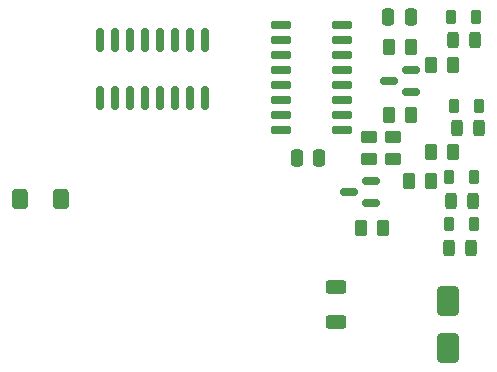
<source format=gbr>
%TF.GenerationSoftware,KiCad,Pcbnew,7.0.10*%
%TF.CreationDate,2024-03-19T21:59:50+01:00*%
%TF.ProjectId,2in-2out_2.0,32696e2d-326f-4757-945f-322e302e6b69,rev?*%
%TF.SameCoordinates,Original*%
%TF.FileFunction,Paste,Top*%
%TF.FilePolarity,Positive*%
%FSLAX46Y46*%
G04 Gerber Fmt 4.6, Leading zero omitted, Abs format (unit mm)*
G04 Created by KiCad (PCBNEW 7.0.10) date 2024-03-19 21:59:50*
%MOMM*%
%LPD*%
G01*
G04 APERTURE LIST*
G04 Aperture macros list*
%AMRoundRect*
0 Rectangle with rounded corners*
0 $1 Rounding radius*
0 $2 $3 $4 $5 $6 $7 $8 $9 X,Y pos of 4 corners*
0 Add a 4 corners polygon primitive as box body*
4,1,4,$2,$3,$4,$5,$6,$7,$8,$9,$2,$3,0*
0 Add four circle primitives for the rounded corners*
1,1,$1+$1,$2,$3*
1,1,$1+$1,$4,$5*
1,1,$1+$1,$6,$7*
1,1,$1+$1,$8,$9*
0 Add four rect primitives between the rounded corners*
20,1,$1+$1,$2,$3,$4,$5,0*
20,1,$1+$1,$4,$5,$6,$7,0*
20,1,$1+$1,$6,$7,$8,$9,0*
20,1,$1+$1,$8,$9,$2,$3,0*%
G04 Aperture macros list end*
%ADD10RoundRect,0.250000X0.400000X0.600000X-0.400000X0.600000X-0.400000X-0.600000X0.400000X-0.600000X0*%
%ADD11RoundRect,0.218750X-0.218750X-0.381250X0.218750X-0.381250X0.218750X0.381250X-0.218750X0.381250X0*%
%ADD12RoundRect,0.250000X0.262500X0.450000X-0.262500X0.450000X-0.262500X-0.450000X0.262500X-0.450000X0*%
%ADD13RoundRect,0.243750X0.243750X0.456250X-0.243750X0.456250X-0.243750X-0.456250X0.243750X-0.456250X0*%
%ADD14RoundRect,0.250000X-0.250000X-0.475000X0.250000X-0.475000X0.250000X0.475000X-0.250000X0.475000X0*%
%ADD15RoundRect,0.150000X-0.150000X0.825000X-0.150000X-0.825000X0.150000X-0.825000X0.150000X0.825000X0*%
%ADD16RoundRect,0.250000X0.250000X0.475000X-0.250000X0.475000X-0.250000X-0.475000X0.250000X-0.475000X0*%
%ADD17RoundRect,0.250000X-0.450000X0.262500X-0.450000X-0.262500X0.450000X-0.262500X0.450000X0.262500X0*%
%ADD18RoundRect,0.250000X-0.650000X1.000000X-0.650000X-1.000000X0.650000X-1.000000X0.650000X1.000000X0*%
%ADD19RoundRect,0.250000X0.625000X-0.312500X0.625000X0.312500X-0.625000X0.312500X-0.625000X-0.312500X0*%
%ADD20RoundRect,0.150000X0.587500X0.150000X-0.587500X0.150000X-0.587500X-0.150000X0.587500X-0.150000X0*%
%ADD21RoundRect,0.250000X0.450000X-0.262500X0.450000X0.262500X-0.450000X0.262500X-0.450000X-0.262500X0*%
%ADD22RoundRect,0.150000X-0.725000X-0.150000X0.725000X-0.150000X0.725000X0.150000X-0.725000X0.150000X0*%
G04 APERTURE END LIST*
D10*
%TO.C,D8*%
X145000000Y-52250000D03*
X141500000Y-52250000D03*
%TD*%
D11*
%TO.C,FB3*%
X177882500Y-50346250D03*
X180007500Y-50346250D03*
%TD*%
%TO.C,FB1*%
X178007500Y-36830000D03*
X180132500Y-36830000D03*
%TD*%
D12*
%TO.C,R4*%
X176320000Y-50673000D03*
X174495000Y-50673000D03*
%TD*%
D13*
%TO.C,F2*%
X180437000Y-46228000D03*
X178562000Y-46228000D03*
%TD*%
D14*
%TO.C,C5*%
X172720000Y-36830000D03*
X174620000Y-36830000D03*
%TD*%
D12*
%TO.C,R2*%
X178204500Y-40894000D03*
X176379500Y-40894000D03*
%TD*%
D15*
%TO.C,U1*%
X157195000Y-38735000D03*
X155925000Y-38735000D03*
X154655000Y-38735000D03*
X153385000Y-38735000D03*
X152115000Y-38735000D03*
X150845000Y-38735000D03*
X149575000Y-38735000D03*
X148305000Y-38735000D03*
X148305000Y-43685000D03*
X149575000Y-43685000D03*
X150845000Y-43685000D03*
X152115000Y-43685000D03*
X153385000Y-43685000D03*
X154655000Y-43685000D03*
X155925000Y-43685000D03*
X157195000Y-43685000D03*
%TD*%
D11*
%TO.C,FB4*%
X177882500Y-54346250D03*
X180007500Y-54346250D03*
%TD*%
D16*
%TO.C,C6*%
X166878000Y-48768000D03*
X164978000Y-48768000D03*
%TD*%
D11*
%TO.C,FB2*%
X178308000Y-44323000D03*
X180433000Y-44323000D03*
%TD*%
D17*
%TO.C,R9*%
X171069000Y-46966500D03*
X171069000Y-48791500D03*
%TD*%
D18*
%TO.C,D1*%
X177800000Y-60865000D03*
X177800000Y-64865000D03*
%TD*%
D19*
%TO.C,R1*%
X168275000Y-62615000D03*
X168275000Y-59690000D03*
%TD*%
D20*
%TO.C,D6*%
X174625000Y-43180000D03*
X174625000Y-41280000D03*
X172750000Y-42230000D03*
%TD*%
D13*
%TO.C,F4*%
X179745000Y-56346250D03*
X177870000Y-56346250D03*
%TD*%
D20*
%TO.C,D3*%
X171293000Y-52590500D03*
X171293000Y-50690500D03*
X169418000Y-51640500D03*
%TD*%
D12*
%TO.C,R6*%
X174625000Y-39370000D03*
X172800000Y-39370000D03*
%TD*%
%TO.C,R3*%
X178204500Y-48260000D03*
X176379500Y-48260000D03*
%TD*%
D21*
%TO.C,R8*%
X173101000Y-48791500D03*
X173101000Y-46966500D03*
%TD*%
D12*
%TO.C,R7*%
X174625000Y-45085000D03*
X172800000Y-45085000D03*
%TD*%
D13*
%TO.C,F1*%
X180086000Y-38783500D03*
X178211000Y-38783500D03*
%TD*%
D22*
%TO.C,U2*%
X163650000Y-37480000D03*
X163650000Y-38750000D03*
X163650000Y-40020000D03*
X163650000Y-41290000D03*
X163650000Y-42560000D03*
X163650000Y-43830000D03*
X163650000Y-45100000D03*
X163650000Y-46370000D03*
X168800000Y-46370000D03*
X168800000Y-45100000D03*
X168800000Y-43830000D03*
X168800000Y-42560000D03*
X168800000Y-41290000D03*
X168800000Y-40020000D03*
X168800000Y-38750000D03*
X168800000Y-37480000D03*
%TD*%
D13*
%TO.C,F3*%
X179882500Y-52346250D03*
X178007500Y-52346250D03*
%TD*%
D12*
%TO.C,R5*%
X172262800Y-54660800D03*
X170437800Y-54660800D03*
%TD*%
M02*

</source>
